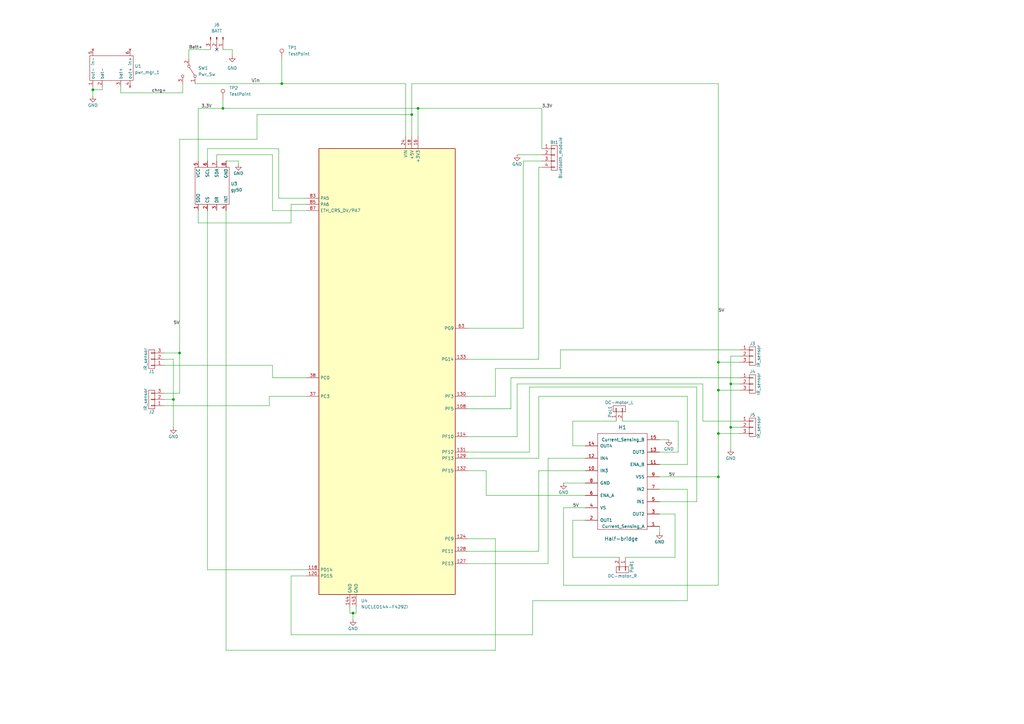
<source format=kicad_sch>
(kicad_sch (version 20211123) (generator eeschema)
  (paper "A3")
  (lib_symbols
    (symbol "Connector:Conn_01x03_Male" (pin_names (offset 1.016) hide)
      (property "Reference" "J" (at 0 5.08 0))
      (property "Value" "Conn_01x03_Male" (at 0 -5.08 0))
      (symbol "Conn_01x03_Male_1_1"
        (polyline (pts (xy 1.27 -2.54) (xy 0.8636 -2.54)) (stroke (width 0.1524)))
        (polyline (pts (xy 1.27 0) (xy 0.8636 0)) (stroke (width 0.1524)))
        (polyline (pts (xy 1.27 2.54) (xy 0.8636 2.54)) (stroke (width 0.1524)))
        (rectangle (start 0.8636 -2.413) (end 0 -2.667) (stroke (width 0.1524)) (fill (type outline)))
        (rectangle (start 0.8636 0.127) (end 0 -0.127) (stroke (width 0.1524)) (fill (type outline)))
        (rectangle (start 0.8636 2.667) (end 0 2.413) (stroke (width 0.1524)) (fill (type outline)))
        (pin passive line (at 5.08 2.54 180) (length 3.81) (name "Pin_1") (number "1"))
        (pin passive line (at 5.08 0 180) (length 3.81) (name "Pin_2") (number "2"))
        (pin passive line (at 5.08 -2.54 180) (length 3.81) (name "Pin_3") (number "3"))
      )
    )
    (symbol "Connector:TestPoint" (pin_numbers hide) (pin_names (offset 0.762) hide)
      (property "Reference" "TP" (at 0 6.858 0))
      (property "Value" "TestPoint" (at 0 5.08 0))
      (symbol "TestPoint_0_1"
        (circle (center 0 3.302) (radius 0.762))
      )
      (symbol "TestPoint_1_1"
        (pin passive line (at 0 0 90) (length 2.54) (name "1") (number "1"))
      )
    )
    (symbol "MCU_Module:NUCLEO144-F429ZI"
      (property "Reference" "U4" (at -4.3306 -93.98 0))
      (property "Value" "NUCLEO144-F429ZI" (at -4.3306 -96.52 0))
      (symbol "NUCLEO144-F429ZI_0_1"
        (rectangle (start -21.59 91.44) (end 34.29 -91.44) (stroke (width 0.254)) (fill (type background)))
      )
      (symbol "NUCLEO144-F429ZI_1_1"
        (pin bidirectional line (at 39.37 -15.24 180) (length 5.08) (name "PF5") (number "108"))
        (pin bidirectional line (at 39.37 -26.67 180) (length 5.08) (name "PF10") (number "114"))
        (pin bidirectional line (at -26.67 -81.28 0) (length 5.08) (name "PD14") (number "118"))
        (pin bidirectional line (at -26.67 -83.82 0) (length 5.08) (name "PD15") (number "120"))
        (pin bidirectional line (at 39.37 -68.58 180) (length 5.08) (name "PE9") (number "124"))
        (pin bidirectional line (at 39.37 -78.74 180) (length 5.08) (name "PE13") (number "127"))
        (pin bidirectional line (at 39.37 -73.66 180) (length 5.08) (name "PE11") (number "128"))
        (pin bidirectional line (at 39.37 -35.56 180) (length 5.08) (name "PF13") (number "129"))
        (pin bidirectional line (at 39.37 -10.16 180) (length 5.08) (name "PF3") (number "130"))
        (pin bidirectional line (at 39.37 -33.02 180) (length 5.08) (name "PF12") (number "131"))
        (pin bidirectional line (at 39.37 -40.64 180) (length 5.08) (name "PF15") (number "132"))
        (pin bidirectional line (at 39.37 5.08 180) (length 5.08) (name "PG14") (number "133"))
        (pin power_in line (at -6.35 -96.52 90) (length 5.08) (name "GND") (number "143"))
        (pin power_in line (at -8.89 -96.52 90) (length 5.08) (name "GND") (number "144"))
        (pin power_in line (at 19.05 96.52 270) (length 5.08) (name "+3V3") (number "16"))
        (pin power_in line (at 16.51 96.52 270) (length 5.08) (name "+5V") (number "18"))
        (pin power_in line (at 13.97 96.52 270) (length 5.08) (name "VIN") (number "24"))
        (pin bidirectional line (at -26.67 -10.16 0) (length 5.08) (name "PC3") (number "37"))
        (pin bidirectional line (at -26.67 -2.54 0) (length 5.08) (name "PC0") (number "38"))
        (pin bidirectional line (at 39.37 17.78 180) (length 5.08) (name "PG9") (number "63"))
        (pin bidirectional line (at -26.67 71.12 0) (length 5.08) (name "PA5") (number "83"))
        (pin bidirectional line (at -26.67 68.58 0) (length 5.08) (name "PA6") (number "85"))
        (pin bidirectional line (at -26.67 66.04 0) (length 5.08) (name "ETH_CRS_DV/PA7") (number "87"))
      )
    )
    (symbol "Switch:SW_SPDT" (pin_names (offset 0) hide)
      (property "Reference" "SW" (at 0 4.318 0))
      (property "Value" "SW_SPDT" (at 0 -5.08 0))
      (symbol "SW_SPDT_0_0"
        (circle (center -2.032 0) (radius 0.508))
        (circle (center 2.032 -2.54) (radius 0.508))
      )
      (symbol "SW_SPDT_0_1"
        (polyline (pts (xy -1.524 0.254) (xy 1.651 2.286)))
        (circle (center 2.032 2.54) (radius 0.508))
      )
      (symbol "SW_SPDT_1_1"
        (pin passive line (at 5.08 2.54 180) (length 2.54) (name "A") (number "1"))
        (pin passive line (at -5.08 0 0) (length 2.54) (name "B") (number "2"))
        (pin passive line (at 5.08 -2.54 180) (length 2.54) (name "C") (number "3"))
      )
    )
    (symbol "ardu_auto2_0-rescue:CONN_01X02-Arduino_shield-rescue" (pin_names (offset 1.016) hide)
      (property "Reference" "J" (at 0 3.81 0))
      (property "Value" "CONN_01X02-Arduino_shield-rescue" (at 2.54 0 90))
      (symbol "CONN_01X02-Arduino_shield-rescue_0_1"
        (rectangle (start -1.27 -1.143) (end 0.254 -1.397))
        (rectangle (start -1.27 1.397) (end 0.254 1.143))
        (rectangle (start -1.27 2.54) (end 1.27 -2.54))
      )
      (symbol "CONN_01X02-Arduino_shield-rescue_1_1"
        (pin passive line (at -5.08 1.27 0) (length 3.81) (name "P1") (number "1"))
        (pin passive line (at -5.08 -1.27 0) (length 3.81) (name "P2") (number "2"))
      )
    )
    (symbol "ardu_auto2_0-rescue:CONN_01X03-Arduino_shield-rescue" (pin_names (offset 1.016) hide)
      (property "Reference" "J" (at 0 5.08 0))
      (property "Value" "CONN_01X03-Arduino_shield-rescue" (at 2.54 0 90))
      (symbol "CONN_01X03-Arduino_shield-rescue_0_1"
        (rectangle (start -1.27 -2.413) (end 0.254 -2.667))
        (rectangle (start -1.27 0.127) (end 0.254 -0.127))
        (rectangle (start -1.27 2.667) (end 0.254 2.413))
        (rectangle (start -1.27 3.81) (end 1.27 -3.81))
      )
      (symbol "CONN_01X03-Arduino_shield-rescue_1_1"
        (pin passive line (at -5.08 2.54 0) (length 3.81) (name "P1") (number "1"))
        (pin passive line (at -5.08 0 0) (length 3.81) (name "P2") (number "2"))
        (pin passive line (at -5.08 -2.54 0) (length 3.81) (name "P3") (number "3"))
      )
    )
    (symbol "ardu_auto2_0-rescue:CONN_01X04-Arduino_shield-rescue" (pin_names (offset 1.016) hide)
      (property "Reference" "J" (at 0 6.35 0))
      (property "Value" "CONN_01X04-Arduino_shield-rescue" (at 2.54 0 90))
      (symbol "CONN_01X04-Arduino_shield-rescue_0_1"
        (rectangle (start -1.27 -3.683) (end 0.254 -3.937))
        (rectangle (start -1.27 -1.143) (end 0.254 -1.397))
        (rectangle (start -1.27 1.397) (end 0.254 1.143))
        (rectangle (start -1.27 3.937) (end 0.254 3.683))
        (rectangle (start -1.27 5.08) (end 1.27 -5.08))
      )
      (symbol "CONN_01X04-Arduino_shield-rescue_1_1"
        (pin passive line (at -5.08 3.81 0) (length 3.81) (name "P1") (number "1"))
        (pin passive line (at -5.08 1.27 0) (length 3.81) (name "P2") (number "2"))
        (pin passive line (at -5.08 -1.27 0) (length 3.81) (name "P3") (number "3"))
        (pin passive line (at -5.08 -3.81 0) (length 3.81) (name "P4") (number "4"))
      )
    )
    (symbol "ardu_auto2_0-rescue:Half-bridge-Arduino_shield-rescue" (pin_names (offset 1.016))
      (property "Reference" "U" (at -15.24 40.64 0))
      (property "Value" "Half-bridge-Arduino_shield-rescue" (at -13.97 -5.08 0))
      (symbol "Half-bridge-Arduino_shield-rescue_0_1"
        (rectangle (start -25.4 38.1) (end -5.08 -1.27))
      )
      (symbol "Half-bridge-Arduino_shield-rescue_1_1"
        (pin input line (at 0 0 180) (length 5.08) (name "Current_Sensing_A") (number "1"))
        (pin input line (at -30.48 22.86 0) (length 5.08) (name "IN3") (number "10"))
        (pin input line (at 0 25.4 180) (length 5.08) (name "ENA_B") (number "11"))
        (pin input line (at -30.48 27.94 0) (length 5.08) (name "IN4") (number "12"))
        (pin input line (at 0 30.48 180) (length 5.08) (name "OUT3") (number "13"))
        (pin input line (at -30.48 33.02 0) (length 5.08) (name "OUT4") (number "14"))
        (pin input line (at 0 35.56 180) (length 5.08) (name "Current_Sensing_B") (number "15"))
        (pin input line (at -30.48 2.54 0) (length 5.08) (name "OUT1") (number "2"))
        (pin input line (at 0 5.08 180) (length 5.08) (name "OUT2") (number "3"))
        (pin input line (at -30.48 7.62 0) (length 5.08) (name "VS") (number "4"))
        (pin input line (at 0 10.16 180) (length 5.08) (name "IN1") (number "5"))
        (pin input line (at -30.48 12.7 0) (length 5.08) (name "ENA_A") (number "6"))
        (pin input line (at 0 15.24 180) (length 5.08) (name "IN2") (number "7"))
        (pin input line (at -30.48 17.78 0) (length 5.08) (name "GND") (number "8"))
        (pin input line (at 0 20.32 180) (length 5.08) (name "VSS") (number "9"))
      )
    )
    (symbol "power:GND" (power) (pin_names (offset 0))
      (property "Value" "GND" (at 0 -3.81 0))
      (symbol "GND_0_1"
        (polyline (pts (xy 0 0) (xy 0 -1.27) (xy 1.27 -1.27) (xy 0 -2.54) (xy -1.27 -1.27) (xy 0 -1.27)))
      )
      (symbol "GND_1_1"
        (pin power_in line (at 0 0 270) (length 0) hide (name "GND") (number "1"))
      )
    )
    (symbol "pwr_mgr:gy50"
      (property "Reference" "U3" (at 13.335 10.9947 0))
      (property "Value" "gy50" (at 13.335 8.4578 0))
      (symbol "gy50_0_1"
        (rectangle (start -1.27 17.78) (end 12.7 2.54))
      )
      (symbol "gy50_1_1"
        (pin output line (at 0 0 90) (length 2.54) (name "SDO") (number "1"))
        (pin output line (at 3.81 0 90) (length 2.54) (name "CS") (number "2"))
        (pin output line (at 7.62 0 90) (length 2.54) (name "DR") (number "3"))
        (pin output line (at 11.43 0 90) (length 2.54) (name "INT") (number "4"))
        (pin input line (at 0 20.32 270) (length 2.54) (name "VCC") (number "5"))
        (pin input line (at 3.81 20.32 270) (length 2.54) (name "SCL") (number "6"))
        (pin bidirectional line (at 7.62 20.32 270) (length 2.54) (name "SDA") (number "7"))
        (pin bidirectional line (at 11.43 20.32 270) (length 2.54) (name "GND") (number "8"))
      )
    )
    (symbol "pwr_mgr:pwr_mgr_1"
      (property "Reference" "U1" (at 17.145 8.4547 0))
      (property "Value" "pwr_mgr_1" (at 17.145 5.9178 0))
      (symbol "pwr_mgr_1_0_1"
        (rectangle (start -1.27 12.7) (end 16.51 2.54))
      )
      (symbol "pwr_mgr_1_1_1"
        (pin bidirectional line (at 0 0 90) (length 2.54) (name "out-") (number "1"))
        (pin power_out line (at 3.81 0 90) (length 2.54) (name "bat-") (number "2"))
        (pin output line (at 11.43 0 90) (length 2.54) (name "bat+") (number "3"))
        (pin no_connect line (at 15.24 0 90) (length 2.54) (name "out+") (number "4"))
        (pin no_connect line (at 0 15.24 270) (length 2.54) (name "in-") (number "5"))
        (pin no_connect line (at 15.24 15.24 270) (length 2.54) (name "in+") (number "6"))
      )
    )
  )
  (junction (at 294.64 177.8))
  (junction (at 73.66 144.78))
  (junction (at 168.91 46.99))
  (junction (at 299.72 157.48))
  (junction (at 294.64 195.58))
  (junction (at 71.12 163.83))
  (junction (at 171.45 44.45))
  (junction (at 294.64 160.02))
  (junction (at 91.44 44.45))
  (junction (at 115.57 34.29))
  (junction (at 144.78 251.46))
  (junction (at 294.64 148.59))
  (junction (at 38.1 36.83))
  (junction (at 299.72 175.26))
  (no_connect (at 88.9 20.32))
  (wire (pts (xy 231.14 208.28) (xy 240.03 208.28)))
  (wire (pts (xy 88.9 63.5) (xy 111.76 63.5)))
  (wire (pts (xy 270.51 185.42) (xy 278.13 185.42)))
  (wire (pts (xy 294.64 34.29) (xy 294.64 148.59)))
  (wire (pts (xy 67.31 149.86) (xy 111.76 149.86)))
  (wire (pts (xy 81.28 44.45) (xy 81.28 66.04)))
  (wire (pts (xy 294.64 34.29) (xy 168.91 34.29)))
  (wire (pts (xy 255.27 172.72) (xy 278.13 172.72)))
  (wire (pts (xy 67.31 163.83) (xy 71.12 163.83)))
  (wire (pts (xy 67.31 166.37) (xy 110.49 166.37)))
  (wire (pts (xy 92.71 66.04) (xy 97.79 66.04)))
  (wire (pts (xy 270.51 205.74) (xy 285.75 205.74)))
  (wire (pts (xy 270.51 195.58) (xy 294.64 195.58)))
  (wire (pts (xy 71.12 163.83) (xy 71.12 175.26)))
  (wire (pts (xy 49.53 38.1) (xy 74.93 38.1)))
  (wire (pts (xy 224.79 231.14) (xy 191.77 231.14)))
  (wire (pts (xy 234.95 213.36) (xy 240.03 213.36)))
  (wire (pts (xy 224.79 187.96) (xy 224.79 231.14)))
  (wire (pts (xy 85.09 60.96) (xy 114.3 60.96)))
  (wire (pts (xy 77.47 24.13) (xy 77.47 20.32)))
  (wire (pts (xy 92.71 266.7) (xy 203.2 266.7)))
  (wire (pts (xy 199.39 203.2) (xy 199.39 193.04)))
  (wire (pts (xy 303.53 154.94) (xy 209.55 154.94)))
  (wire (pts (xy 73.66 57.15) (xy 105.41 57.15)))
  (wire (pts (xy 270.51 215.9) (xy 270.51 218.44)))
  (wire (pts (xy 166.37 55.88) (xy 166.37 34.29)))
  (wire (pts (xy 81.28 86.36) (xy 81.28 91.44)))
  (wire (pts (xy 77.47 20.32) (xy 86.36 20.32)))
  (wire (pts (xy 229.87 151.13) (xy 203.2 151.13)))
  (wire (pts (xy 67.31 147.32) (xy 71.12 147.32)))
  (wire (pts (xy 288.29 157.48) (xy 212.09 157.48)))
  (wire (pts (xy 294.64 160.02) (xy 303.53 160.02)))
  (wire (pts (xy 220.98 147.32) (xy 191.77 147.32)))
  (wire (pts (xy 168.91 46.99) (xy 168.91 55.88)))
  (wire (pts (xy 294.64 148.59) (xy 303.53 148.59)))
  (wire (pts (xy 254 228.6) (xy 234.95 228.6)))
  (wire (pts (xy 218.44 246.38) (xy 218.44 260.35)))
  (wire (pts (xy 299.72 175.26) (xy 299.72 184.15)))
  (wire (pts (xy 111.76 63.5) (xy 111.76 86.36)))
  (wire (pts (xy 144.78 251.46) (xy 144.78 254)))
  (wire (pts (xy 91.44 44.45) (xy 171.45 44.45)))
  (wire (pts (xy 222.25 44.45) (xy 171.45 44.45)))
  (wire (pts (xy 218.44 260.35) (xy 119.38 260.35)))
  (wire (pts (xy 92.71 86.36) (xy 92.71 266.7)))
  (wire (pts (xy 95.25 20.32) (xy 95.25 22.86)))
  (wire (pts (xy 220.98 162.56) (xy 220.98 187.96)))
  (wire (pts (xy 294.64 177.8) (xy 294.64 195.58)))
  (wire (pts (xy 299.72 157.48) (xy 303.53 157.48)))
  (wire (pts (xy 252.73 172.72) (xy 234.95 172.72)))
  (wire (pts (xy 146.05 251.46) (xy 144.78 251.46)))
  (wire (pts (xy 85.09 60.96) (xy 85.09 66.04)))
  (wire (pts (xy 114.3 60.96) (xy 114.3 81.28)))
  (wire (pts (xy 229.87 143.51) (xy 303.53 143.51)))
  (wire (pts (xy 91.44 40.64) (xy 91.44 44.45)))
  (wire (pts (xy 111.76 149.86) (xy 111.76 154.94)))
  (wire (pts (xy 234.95 172.72) (xy 234.95 182.88)))
  (wire (pts (xy 217.17 158.75) (xy 217.17 185.42)))
  (wire (pts (xy 119.38 91.44) (xy 119.38 83.82)))
  (wire (pts (xy 91.44 20.32) (xy 95.25 20.32)))
  (wire (pts (xy 80.01 34.29) (xy 115.57 34.29)))
  (wire (pts (xy 212.09 63.5) (xy 222.25 63.5)))
  (wire (pts (xy 240.03 203.2) (xy 199.39 203.2)))
  (wire (pts (xy 191.77 179.07) (xy 212.09 179.07)))
  (wire (pts (xy 234.95 228.6) (xy 234.95 213.36)))
  (wire (pts (xy 220.98 68.58) (xy 220.98 147.32)))
  (wire (pts (xy 299.72 175.26) (xy 303.53 175.26)))
  (wire (pts (xy 209.55 167.64) (xy 191.77 167.64)))
  (wire (pts (xy 71.12 147.32) (xy 71.12 163.83)))
  (wire (pts (xy 214.63 134.62) (xy 191.77 134.62)))
  (wire (pts (xy 114.3 81.28) (xy 125.73 81.28)))
  (wire (pts (xy 276.86 228.6) (xy 276.86 210.82)))
  (wire (pts (xy 38.1 36.83) (xy 38.1 39.37)))
  (wire (pts (xy 294.64 148.59) (xy 294.64 160.02)))
  (wire (pts (xy 146.05 248.92) (xy 146.05 251.46)))
  (wire (pts (xy 234.95 182.88) (xy 240.03 182.88)))
  (wire (pts (xy 281.94 200.66) (xy 281.94 246.38)))
  (wire (pts (xy 143.51 248.92) (xy 143.51 251.46)))
  (wire (pts (xy 217.17 185.42) (xy 191.77 185.42)))
  (wire (pts (xy 212.09 157.48) (xy 212.09 179.07)))
  (wire (pts (xy 278.13 185.42) (xy 278.13 172.72)))
  (wire (pts (xy 105.41 46.99) (xy 168.91 46.99)))
  (wire (pts (xy 199.39 193.04) (xy 191.77 193.04)))
  (wire (pts (xy 119.38 260.35) (xy 119.38 236.22)))
  (wire (pts (xy 41.91 36.83) (xy 38.1 36.83)))
  (wire (pts (xy 222.25 66.04) (xy 214.63 66.04)))
  (wire (pts (xy 299.72 146.05) (xy 299.72 157.48)))
  (wire (pts (xy 270.51 180.34) (xy 274.32 180.34)))
  (wire (pts (xy 119.38 83.82) (xy 125.73 83.82)))
  (wire (pts (xy 125.73 233.68) (xy 85.09 233.68)))
  (wire (pts (xy 110.49 162.56) (xy 125.73 162.56)))
  (wire (pts (xy 171.45 44.45) (xy 171.45 55.88)))
  (wire (pts (xy 81.28 44.45) (xy 91.44 44.45)))
  (wire (pts (xy 41.91 35.56) (xy 41.91 36.83)))
  (wire (pts (xy 229.87 143.51) (xy 229.87 151.13)))
  (wire (pts (xy 67.31 161.29) (xy 73.66 161.29)))
  (wire (pts (xy 220.98 226.06) (xy 191.77 226.06)))
  (wire (pts (xy 88.9 66.04) (xy 88.9 63.5)))
  (wire (pts (xy 168.91 34.29) (xy 168.91 46.99)))
  (wire (pts (xy 288.29 172.72) (xy 303.53 172.72)))
  (wire (pts (xy 119.38 236.22) (xy 125.73 236.22)))
  (wire (pts (xy 73.66 144.78) (xy 73.66 161.29)))
  (wire (pts (xy 281.94 246.38) (xy 218.44 246.38)))
  (wire (pts (xy 143.51 251.46) (xy 144.78 251.46)))
  (wire (pts (xy 231.14 198.12) (xy 240.03 198.12)))
  (wire (pts (xy 214.63 66.04) (xy 214.63 134.62)))
  (wire (pts (xy 209.55 154.94) (xy 209.55 167.64)))
  (wire (pts (xy 270.51 200.66) (xy 281.94 200.66)))
  (wire (pts (xy 110.49 166.37) (xy 110.49 162.56)))
  (wire (pts (xy 115.57 24.13) (xy 115.57 34.29)))
  (wire (pts (xy 49.53 35.56) (xy 49.53 38.1)))
  (wire (pts (xy 222.25 60.96) (xy 222.25 44.45)))
  (wire (pts (xy 285.75 158.75) (xy 217.17 158.75)))
  (wire (pts (xy 294.64 177.8) (xy 303.53 177.8)))
  (wire (pts (xy 276.86 210.82) (xy 270.51 210.82)))
  (wire (pts (xy 97.79 66.04) (xy 97.79 67.31)))
  (wire (pts (xy 85.09 233.68) (xy 85.09 86.36)))
  (wire (pts (xy 111.76 86.36) (xy 125.73 86.36)))
  (wire (pts (xy 299.72 157.48) (xy 299.72 175.26)))
  (wire (pts (xy 281.94 162.56) (xy 220.98 162.56)))
  (wire (pts (xy 73.66 57.15) (xy 73.66 144.78)))
  (wire (pts (xy 111.76 154.94) (xy 125.73 154.94)))
  (wire (pts (xy 231.14 240.03) (xy 231.14 208.28)))
  (wire (pts (xy 303.53 146.05) (xy 299.72 146.05)))
  (wire (pts (xy 270.51 190.5) (xy 281.94 190.5)))
  (wire (pts (xy 288.29 172.72) (xy 288.29 157.48)))
  (wire (pts (xy 222.25 68.58) (xy 220.98 68.58)))
  (wire (pts (xy 256.54 228.6) (xy 276.86 228.6)))
  (wire (pts (xy 240.03 187.96) (xy 224.79 187.96)))
  (wire (pts (xy 203.2 151.13) (xy 203.2 162.56)))
  (wire (pts (xy 220.98 187.96) (xy 191.77 187.96)))
  (wire (pts (xy 285.75 205.74) (xy 285.75 158.75)))
  (wire (pts (xy 203.2 220.98) (xy 191.77 220.98)))
  (wire (pts (xy 240.03 193.04) (xy 220.98 193.04)))
  (wire (pts (xy 38.1 35.56) (xy 38.1 36.83)))
  (wire (pts (xy 74.93 38.1) (xy 74.93 34.29)))
  (wire (pts (xy 294.64 195.58) (xy 294.64 240.03)))
  (wire (pts (xy 203.2 266.7) (xy 203.2 220.98)))
  (wire (pts (xy 294.64 160.02) (xy 294.64 177.8)))
  (wire (pts (xy 281.94 190.5) (xy 281.94 162.56)))
  (wire (pts (xy 166.37 34.29) (xy 115.57 34.29)))
  (wire (pts (xy 81.28 91.44) (xy 119.38 91.44)))
  (wire (pts (xy 105.41 57.15) (xy 105.41 46.99)))
  (wire (pts (xy 67.31 144.78) (xy 73.66 144.78)))
  (wire (pts (xy 294.64 240.03) (xy 231.14 240.03)))
  (wire (pts (xy 203.2 162.56) (xy 191.77 162.56)))
  (wire (pts (xy 220.98 193.04) (xy 220.98 226.06)))
  (label "3.3V" (at 82.55 44.45 0))
  (label "5V" (at 294.64 128.27 0))
  (label "Vin" (at 106.68 34.29 180) (effects (font (size 1.524 1.524))))
  (label "5V" (at 274.32 195.58 0))
  (label "3.3V" (at 222.25 44.45 0))
  (label "Batt+" (at 77.47 20.32 0))
  (label "5V" (at 234.95 208.28 0))
  (label "5V" (at 73.66 133.35 180))
  (label "chrg+" (at 62.23 38.1 0))
  (symbol (lib_id "ardu_auto2_0-rescue:CONN_01X02-Arduino_shield-rescue") (at 255.27 233.68 270) (unit 1)
    (property "Reference" "PoR1" (at 259.08 232.41 0))
    (property "Value" "DC-motor_R" (at 255.27 236.22 90))
    (property "Footprint" "Connector_PinHeader_2.54mm:PinHeader_1x02_P2.54mm_Horizontal" (effects hide))
  )
  (symbol (lib_id "power:GND") (at 299.72 184.15 0) (unit 1)
    (property "Reference" "#PWR0112" (effects hide))
    (property "Value" "GND" (at 299.72 187.96 0))
  )
  (symbol (lib_id "ardu_auto2_0-rescue:CONN_01X03-Arduino_shield-rescue") (at 308.61 146.05 0) (unit 1)
    (property "Reference" "J3" (at 308.61 140.97 0))
    (property "Value" "IR_sensor" (at 311.15 146.05 90))
    (property "Footprint" "Connector_PinHeader_2.54mm:PinHeader_1x03_P2.54mm_Vertical" (effects hide))
  )
  (symbol (lib_id "power:GND") (at 97.79 67.31 0) (unit 1)
    (property "Reference" "#PWR0101" (effects hide))
    (property "Value" "GND" (at 97.79 71.12 0))
  )
  (symbol (lib_id "Switch:SW_SPDT") (at 77.47 29.21 270) (unit 1)
    (property "Reference" "SW1" (at 81.28 27.9399 90) (effects (justify left)))
    (property "Value" "Pwr_Sw" (at 81.28 30.4799 90) (effects (justify left)))
    (property "Footprint" "Omat:SPDT" (effects hide))
  )
  (symbol (lib_id "power:GND") (at 212.09 63.5 0) (unit 1)
    (property "Reference" "#PWR0108" (effects hide))
    (property "Value" "GND" (at 212.09 67.31 0))
  )
  (symbol (lib_id "pwr_mgr:pwr_mgr_1") (at 38.1 35.56 0) (unit 1)
    (property "Reference" "U1" (at 55.245 27.1053 0) (effects (justify left)))
    (property "Value" "pwr_mgr_1" (at 55.245 29.6422 0) (effects (justify left)))
    (property "Footprint" "Omat:TPS4056" (effects hide))
  )
  (symbol (lib_id "power:GND") (at 231.14 198.12 0) (unit 1)
    (property "Reference" "#PWR0109" (effects hide))
    (property "Value" "GND" (at 231.14 201.93 0))
  )
  (symbol (lib_id "pwr_mgr:gy50") (at 81.28 86.36 0) (unit 1)
    (property "Reference" "U3" (at 94.615 75.3653 0) (effects (justify left)))
    (property "Value" "gy50" (at 94.615 77.9022 0) (effects (justify left)))
    (property "Footprint" "Omat:GY-50" (effects hide))
  )
  (symbol (lib_id "ardu_auto2_0-rescue:Half-bridge-Arduino_shield-rescue") (at 270.51 215.9 0) (unit 1)
    (property "Reference" "H1" (at 255.27 175.26 0) (effects (font (size 1.524 1.524))))
    (property "Value" "Half-bridge" (at 254.8128 220.98 0) (effects (font (size 1.524 1.524))))
    (property "Footprint" "Omat:L298HN" (effects hide))
  )
  (symbol (lib_id "power:GND") (at 144.78 254 0) (unit 1)
    (property "Reference" "#PWR0106" (effects hide))
    (property "Value" "GND" (at 144.78 257.81 0))
  )
  (symbol (lib_id "Connector:TestPoint") (at 91.44 40.64 0) (unit 1)
    (property "Reference" "TP2" (at 93.98 36.0679 0) (effects (justify left)))
    (property "Value" "TestPoint" (at 93.98 38.6079 0) (effects (justify left)))
    (property "Footprint" "Connector_Pin:Pin_D0.7mm_L6.5mm_W1.8mm_FlatFork" (effects hide))
  )
  (symbol (lib_id "power:GND") (at 95.25 22.86 0) (unit 1)
    (property "Reference" "#PWR0102" (effects hide))
    (property "Value" "GND" (at 95.25 27.94 0))
  )
  (symbol (lib_id "ardu_auto2_0-rescue:CONN_01X03-Arduino_shield-rescue") (at 62.23 163.83 180) (unit 1)
    (property "Reference" "J2" (at 62.23 168.91 0))
    (property "Value" "IR_sensor" (at 59.69 163.83 90))
    (property "Footprint" "Connector_PinHeader_2.54mm:PinHeader_1x03_P2.54mm_Vertical" (effects hide))
  )
  (symbol (lib_id "ardu_auto2_0-rescue:CONN_01X03-Arduino_shield-rescue") (at 62.23 147.32 180) (unit 1)
    (property "Reference" "J1" (at 62.23 152.4 0))
    (property "Value" "IR_sensor" (at 59.69 147.32 90))
    (property "Footprint" "Connector_PinHeader_2.54mm:PinHeader_1x03_P2.54mm_Vertical" (effects hide))
  )
  (symbol (lib_id "Connector:TestPoint") (at 115.57 24.13 0) (unit 1)
    (property "Reference" "TP1" (at 118.11 19.5579 0) (effects (justify left)))
    (property "Value" "TestPoint" (at 118.11 22.0979 0) (effects (justify left)))
    (property "Footprint" "Connector_Pin:Pin_D0.7mm_L6.5mm_W1.8mm_FlatFork" (effects hide))
  )
  (symbol (lib_id "ardu_auto2_0-rescue:CONN_01X04-Arduino_shield-rescue") (at 227.33 64.77 0) (unit 1)
    (property "Reference" "Bt1" (at 227.33 58.42 0))
    (property "Value" "Bluetooth_module" (at 229.87 64.77 90))
    (property "Footprint" "Connector_PinHeader_2.54mm:PinHeader_1x04_P2.54mm_Vertical" (effects hide))
  )
  (symbol (lib_id "MCU_Module:NUCLEO144-F429ZI") (at 152.4 152.4 0) (unit 1)
    (property "Reference" "U4" (at 148.0694 246.38 0) (effects (justify left)))
    (property "Value" "NUCLEO144-F429ZI" (at 148.0694 248.92 0) (effects (justify left)))
    (property "Footprint" "Omat:ST_Morpho_Connector_144_STLink_MountingHoles_modded" (effects hide))
    (property "Datasheet" "http://www.st.com/content/ccc/resource/technical/document/data_brief/group0/7b/df/1d/e9/64/55/43/8d/DM00247910/files/DM00247910.pdf/jcr:content/translations/en.DM00247910.pdf" (effects hide))
  )
  (symbol (lib_id "Connector:Conn_01x03_Male") (at 88.9 15.24 270) (unit 1)
    (property "Reference" "J6" (at 88.9 10.16 90))
    (property "Value" "BATT" (at 88.9 12.7 90))
    (property "Footprint" "Omat:Connector_3pin" (effects hide))
  )
  (symbol (lib_id "ardu_auto2_0-rescue:CONN_01X02-Arduino_shield-rescue") (at 254 167.64 90) (unit 1)
    (property "Reference" "PoL1" (at 250.19 168.91 0))
    (property "Value" "DC-motor_L" (at 254 165.1 90))
    (property "Footprint" "Connector_PinHeader_2.54mm:PinHeader_1x02_P2.54mm_Horizontal" (effects hide))
  )
  (symbol (lib_id "ardu_auto2_0-rescue:CONN_01X03-Arduino_shield-rescue") (at 308.61 157.48 0) (unit 1)
    (property "Reference" "J4" (at 308.61 152.4 0))
    (property "Value" "IR_sensor" (at 311.15 157.48 90))
    (property "Footprint" "Connector_PinHeader_2.54mm:PinHeader_1x03_P2.54mm_Vertical" (effects hide))
  )
  (symbol (lib_id "power:GND") (at 274.32 180.34 0) (unit 1)
    (property "Reference" "#PWR0111" (effects hide))
    (property "Value" "GND" (at 274.32 184.15 0))
  )
  (symbol (lib_id "ardu_auto2_0-rescue:CONN_01X03-Arduino_shield-rescue") (at 308.61 175.26 0) (unit 1)
    (property "Reference" "J5" (at 308.61 170.18 0))
    (property "Value" "IR_sensor" (at 311.15 175.26 90))
    (property "Footprint" "Connector_PinHeader_2.54mm:PinHeader_1x03_P2.54mm_Vertical" (effects hide))
  )
  (symbol (lib_id "power:GND") (at 71.12 175.26 0) (unit 1)
    (property "Reference" "#PWR0104" (effects hide))
    (property "Value" "GND" (at 71.12 179.07 0))
  )
  (symbol (lib_id "power:GND") (at 270.51 218.44 0) (unit 1)
    (property "Reference" "#PWR0110" (effects hide))
    (property "Value" "GND" (at 270.51 222.25 0))
  )
  (symbol (lib_id "power:GND") (at 38.1 39.37 0) (unit 1)
    (property "Reference" "#PWR0103" (effects hide))
    (property "Value" "GND" (at 38.1 43.18 0))
  )
)
</source>
